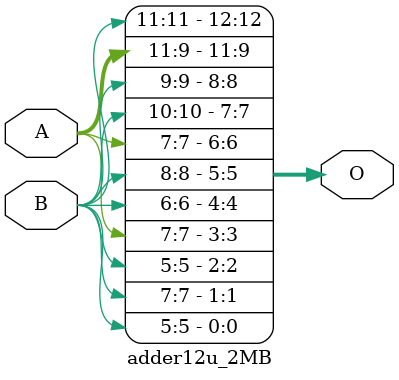
<source format=v>


module adder12u_2MB ( A, B, O );
  input [11:0] A;
  input [11:0] B;
  output [12:0] O;

  assign O[12] = B[11];
  assign O[8] = B[9];
  assign O[7] = B[10];
  assign O[5] = B[8];
  assign O[4] = B[6];
  assign O[1] = B[7];
  assign O[0] = B[5];
  assign O[2] = B[5];
  assign O[11] = A[11];
  assign O[10] = A[10];
  assign O[9] = A[9];
  assign O[3] = A[7];
  assign O[6] = A[7];

endmodule


</source>
